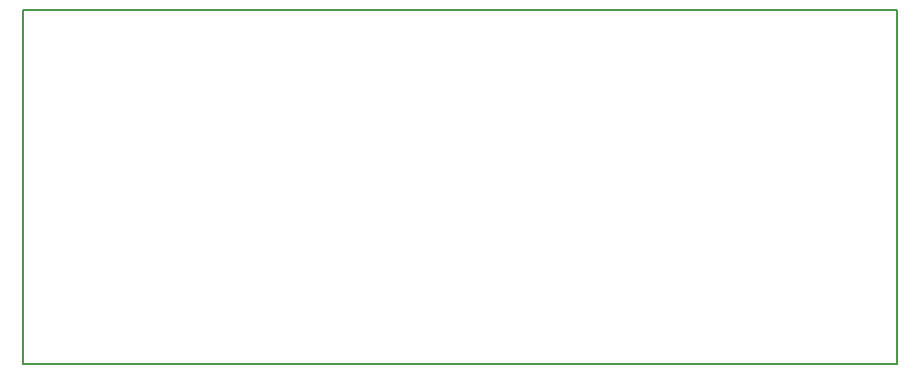
<source format=gbr>
G04 #@! TF.FileFunction,Profile,NP*
%FSLAX46Y46*%
G04 Gerber Fmt 4.6, Leading zero omitted, Abs format (unit mm)*
G04 Created by KiCad (PCBNEW 4.0.6) date 10/25/17 15:52:09*
%MOMM*%
%LPD*%
G01*
G04 APERTURE LIST*
%ADD10C,0.100000*%
%ADD11C,0.150000*%
G04 APERTURE END LIST*
D10*
D11*
X186000000Y-89000000D02*
X112000000Y-89000000D01*
X186000000Y-119000000D02*
X186000000Y-89000000D01*
X112000000Y-119000000D02*
X186000000Y-119000000D01*
X112000000Y-89000000D02*
X112000000Y-119000000D01*
M02*

</source>
